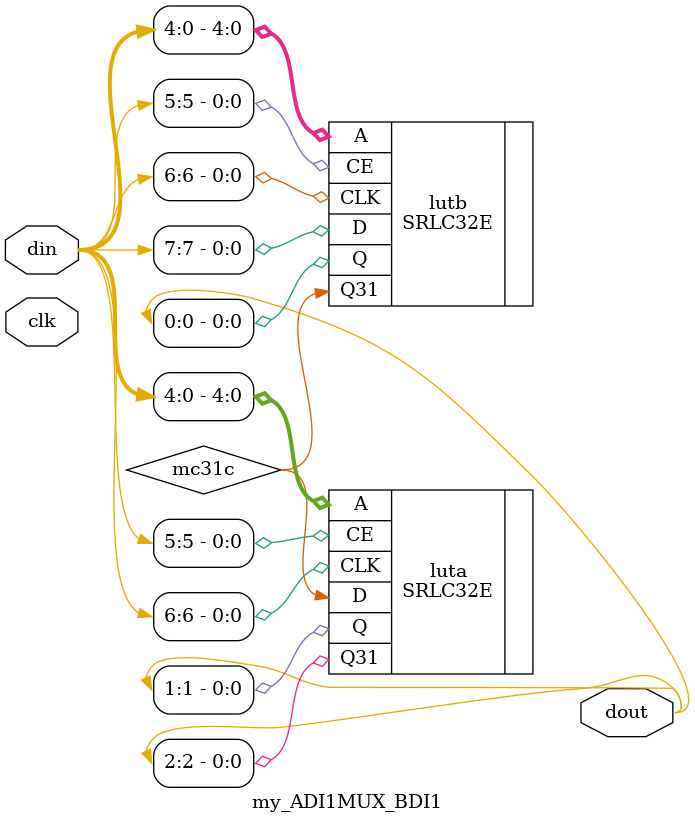
<source format=v>
module my_ADI1MUX_BDI1 (input clk, input [15:0] din, output [15:0] dout);
    parameter LOC = "";
    parameter BELO="C6LUT";
    parameter BELI="A6LUT";
    wire mc31c;
    //wire da = din[6];
    (* LOC=LOC, BEL=BELO *)
    SRLC32E #(
            .INIT(32'h00000000),
            .IS_CLK_INVERTED(1'b0)
        ) lutb (
            .Q(dout[0]),
            .Q31(mc31c),
            .A(din[4:0]),
            .CE(din[5]),
            .CLK(din[6]),
            .D(din[7]));
    (* LOC=LOC, BEL=BELI *)
    SRLC32E #(
            .INIT(32'h00000000),
            .IS_CLK_INVERTED(1'b0)
        ) luta (
            .Q(dout[1]),
            .Q31(dout[2]),
            .A(din[4:0]),
            .CE(din[5]),
            .CLK(din[6]),
            .D(mc31c));
endmodule
</source>
